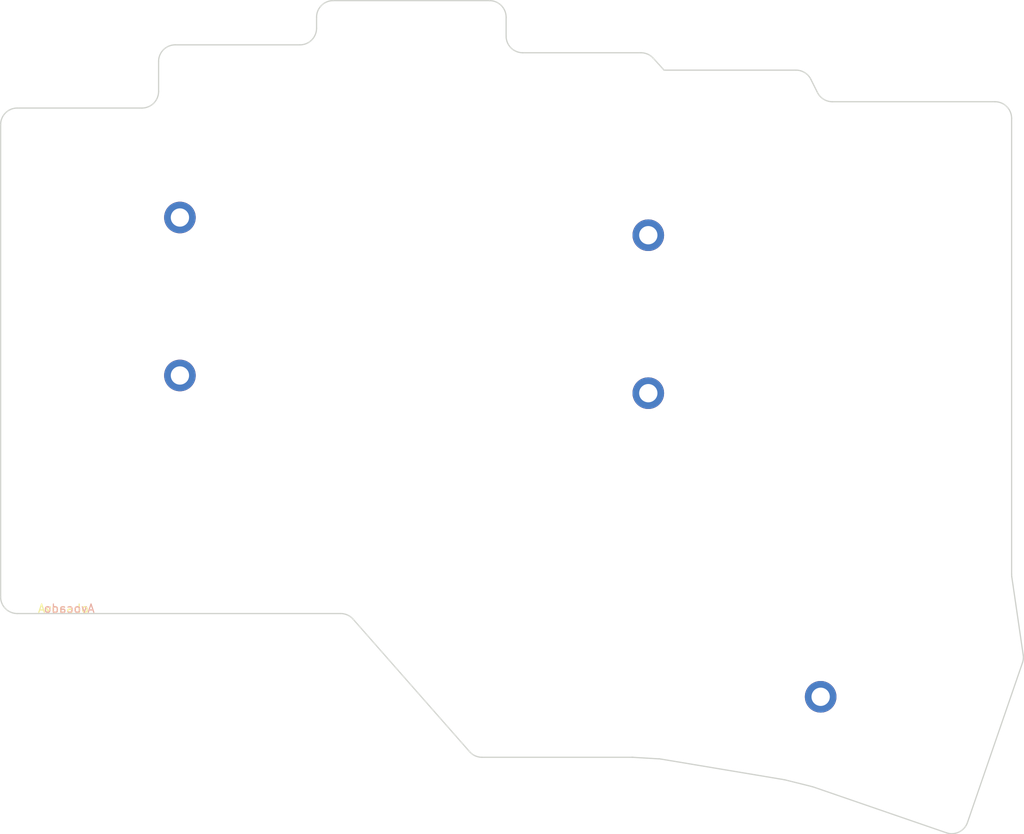
<source format=kicad_pcb>


(kicad_pcb (version 20171130) (host pcbnew 5.1.6)

  (page A3)
  (title_block
    (title "bottom")
    (rev "0.0.2")
    (company "auryn")
  )

  (general
    (thickness 1.6)
  )

  (layers
    (0 F.Cu signal)
    (31 B.Cu signal)
    (32 B.Adhes user)
    (33 F.Adhes user)
    (34 B.Paste user)
    (35 F.Paste user)
    (36 B.SilkS user)
    (37 F.SilkS user)
    (38 B.Mask user)
    (39 F.Mask user)
    (40 Dwgs.User user)
    (41 Cmts.User user)
    (42 Eco1.User user)
    (43 Eco2.User user)
    (44 Edge.Cuts user)
    (45 Margin user)
    (46 B.CrtYd user)
    (47 F.CrtYd user)
    (48 B.Fab user)
    (49 F.Fab user)
  )

  (setup
    (last_trace_width 0.25)
    (trace_clearance 0.2)
    (zone_clearance 0.508)
    (zone_45_only no)
    (trace_min 0.2)
    (via_size 0.8)
    (via_drill 0.4)
    (via_min_size 0.4)
    (via_min_drill 0.3)
    (uvia_size 0.3)
    (uvia_drill 0.1)
    (uvias_allowed no)
    (uvia_min_size 0.2)
    (uvia_min_drill 0.1)
    (edge_width 0.05)
    (segment_width 0.2)
    (pcb_text_width 0.3)
    (pcb_text_size 1.5 1.5)
    (mod_edge_width 0.12)
    (mod_text_size 1 1)
    (mod_text_width 0.15)
    (pad_size 1.524 1.524)
    (pad_drill 0.762)
    (pad_to_mask_clearance 0.05)
    (aux_axis_origin 0 0)
    (visible_elements FFFFFF7F)
    (pcbplotparams
      (layerselection 0x010fc_ffffffff)
      (usegerberextensions false)
      (usegerberattributes true)
      (usegerberadvancedattributes true)
      (creategerberjobfile true)
      (excludeedgelayer true)
      (linewidth 0.100000)
      (plotframeref false)
      (viasonmask false)
      (mode 1)
      (useauxorigin false)
      (hpglpennumber 1)
      (hpglpenspeed 20)
      (hpglpendiameter 15.000000)
      (psnegative false)
      (psa4output false)
      (plotreference true)
      (plotvalue true)
      (plotinvisibletext false)
      (padsonsilk false)
      (subtractmaskfromsilk false)
      (outputformat 1)
      (mirror false)
      (drillshape 1)
      (scaleselection 1)
      (outputdirectory ""))
  )

  (net 0 "")

  (net_class Default "This is the default net class."
    (clearance 0.2)
    (trace_width 0.25)
    (via_dia 0.8)
    (via_drill 0.4)
    (uvia_dia 0.3)
    (uvia_drill 0.1)
    (add_net "")
  )

  
            (module mounting_hole (layer F.Cu) (tedit 64B5A986)
                (at 10.166666666666666 -36.23333333333333 0)
                (fp_text reference "H1" (at 0 3) (layer F.SilkS) hide
                    (effects (font (size 1 1) (thickness 0.15)))
                )
        
                (pad "" thru_hole circle (at 0 0 180) (size 3.8000000000000003 3.8000000000000003) (drill 2.2) (layers *.Cu *.Mask))
        
                (fp_circle (center 0 0) (end -2.1500000000000004 0) (layer F.CrtYd) (width 0.05))
                (fp_circle (center 0 0) (end -2.1500000000000004 0) (layer B.CrtYd) (width 0.05))
        
            )
        

            (module mounting_hole (layer F.Cu) (tedit 64B5A986)
                (at 10.166666666666666 -17.233333333333334 0)
                (fp_text reference "H2" (at 0 3) (layer F.SilkS) hide
                    (effects (font (size 1 1) (thickness 0.15)))
                )
        
                (pad "" thru_hole circle (at 0 0 180) (size 3.8000000000000003 3.8000000000000003) (drill 2.2) (layers *.Cu *.Mask))
        
                (fp_circle (center 0 0) (end -2.1500000000000004 0) (layer F.CrtYd) (width 0.05))
                (fp_circle (center 0 0) (end -2.1500000000000004 0) (layer B.CrtYd) (width 0.05))
        
            )
        

            (module mounting_hole (layer F.Cu) (tedit 64B5A986)
                (at 66.5 -34.105 0)
                (fp_text reference "H3" (at 0 3) (layer F.SilkS) hide
                    (effects (font (size 1 1) (thickness 0.15)))
                )
        
                (pad "" thru_hole circle (at 0 0 180) (size 3.8000000000000003 3.8000000000000003) (drill 2.2) (layers *.Cu *.Mask))
        
                (fp_circle (center 0 0) (end -2.1500000000000004 0) (layer F.CrtYd) (width 0.05))
                (fp_circle (center 0 0) (end -2.1500000000000004 0) (layer B.CrtYd) (width 0.05))
        
            )
        

            (module mounting_hole (layer F.Cu) (tedit 64B5A986)
                (at 66.5 -15.105 0)
                (fp_text reference "H4" (at 0 3) (layer F.SilkS) hide
                    (effects (font (size 1 1) (thickness 0.15)))
                )
        
                (pad "" thru_hole circle (at 0 0 180) (size 3.8000000000000003 3.8000000000000003) (drill 2.2) (layers *.Cu *.Mask))
        
                (fp_circle (center 0 0) (end -2.1500000000000004 0) (layer F.CrtYd) (width 0.05))
                (fp_circle (center 0 0) (end -2.1500000000000004 0) (layer B.CrtYd) (width 0.05))
        
            )
        

            (module mounting_hole (layer F.Cu) (tedit 64B5A986)
                (at 87.2318977 21.413817000000005 -14.25)
                (fp_text reference "H5" (at 0 3) (layer F.SilkS) hide
                    (effects (font (size 1 1) (thickness 0.15)))
                )
        
                (pad "" thru_hole circle (at 0 0 180) (size 3.8000000000000003 3.8000000000000003) (drill 2.2) (layers *.Cu *.Mask))
        
                (fp_circle (center 0 0) (end -2.1500000000000004 0) (layer F.CrtYd) (width 0.05))
                (fp_circle (center 0 0) (end -2.1500000000000004 0) (layer B.CrtYd) (width 0.05))
        
            )
        

            (gr_text "Avocado" (at -7 10.8 0) (layer F.SilkS)
                (effects (font (size 1 1) (thickness 0.15) ) (justify left))
            )
        

            (gr_text "Avocado" (at 0 10.8 0) (layer B.SilkS)
                (effects (font (size 1 1) (thickness 0.15) ) (justify left mirror))
            )
        
  (gr_line (start 110.221001 6.98377332826044) (end 111.59385616817093 16.382371335380526) (angle 90) (layer Edge.Cuts) (width 0.15))
(gr_line (start 111.50589433738787 17.322580524781074) (end 104.89226759835104 36.529947276046585) (angle 90) (layer Edge.Cuts) (width 0.15))
(gr_line (start 102.35009403973358 37.76984805586295) (end 86.35899777053523 32.2636720633272) (angle 90) (layer Edge.Cuts) (width 0.15))
(gr_line (start 86.19138635183069 32.214038350158276) (end 82.98041667593981 31.414014057935315) (angle 90) (layer Edge.Cuts) (width 0.15))
(gr_line (start 82.8269869052438 31.382113740321163) (end 68.01803391157034 28.903944926929302) (angle 90) (layer Edge.Cuts) (width 0.15))
(gr_line (start 67.80626111782612 28.88001922137355) (end 64.65910894396607 28.693503094444246) (angle 90) (layer Edge.Cuts) (width 0.15))
(gr_line (start 64.5407865377103 28.690000000000005) (end 46.504729084615384 28.690000000000005) (angle 90) (layer Edge.Cuts) (width 0.15))
(gr_line (start 45.00264734102163 28.010511350412102) (end 30.997352658978375 12.079488649587901) (angle 90) (layer Edge.Cuts) (width 0.15))
(gr_line (start -9.4 11.4) (end 29.495270915384616 11.4) (angle 90) (layer Edge.Cuts) (width 0.15))
(gr_line (start -11.4 9.4) (end -11.4 -47.4) (angle 90) (layer Edge.Cuts) (width 0.15))
(gr_line (start -9.4 -49.4) (end 5.6 -49.4) (angle 90) (layer Edge.Cuts) (width 0.15))
(gr_line (start 7.6 -51.4) (end 7.6 -55) (angle 90) (layer Edge.Cuts) (width 0.15))
(gr_line (start 9.6 -57) (end 24.6 -57) (angle 90) (layer Edge.Cuts) (width 0.15))
(gr_line (start 26.6 -59) (end 26.6 -60.32) (angle 90) (layer Edge.Cuts) (width 0.15))
(gr_line (start 28.6 -62.32) (end 47.4 -62.32) (angle 90) (layer Edge.Cuts) (width 0.15))
(gr_line (start 49.4 -60.32) (end 49.4 -58.05) (angle 90) (layer Edge.Cuts) (width 0.15))
(gr_line (start 51.4 -56.05) (end 65.61526026363636 -56.05) (angle 90) (layer Edge.Cuts) (width 0.15))
(gr_line (start 67.09514040888523 -55.39534555022625) (end 68.4 -53.96) (angle 90) (layer Edge.Cuts) (width 0.15))
(gr_line (start 68.4 -53.96) (end 84.263932 -53.96) (angle 90) (layer Edge.Cuts) (width 0.15))
(gr_line (start 86.0527864 -52.8544272) (end 86.84721360000002 -51.26557279999997) (angle 90) (layer Edge.Cuts) (width 0.15))
(gr_line (start 88.63606800000002 -50.160000000000004) (end 108.2 -50.160000000000004) (angle 90) (layer Edge.Cuts) (width 0.15))
(gr_line (start 110.2 -48.160000000000004) (end 110.2 6.694700528260455) (angle 90) (layer Edge.Cuts) (width 0.15))
(gr_arc (start 109.61485716817094 16.67144413538051) (end 111.50589426817095 17.32258053538051) (angle -27.310435948534383) (layer Edge.Cuts) (width 0.15))
(gr_arc (start 103.0012304291341 35.87881088664608) (end 102.3500940291341 37.76984798664608) (angle -90.00000000000097) (layer Edge.Cuts) (width 0.15))
(gr_arc (start 85.70786138113468 34.15470923254412) (end 86.35899778113468 32.26367213254412) (angle -5.009414734476195) (layer Edge.Cuts) (width 0.15))
(gr_arc (start 82.49689170524381 33.354684940321164) (end 82.98041670524381 31.414014040321163) (angle -4.490587594259651) (layer Edge.Cuts) (width 0.15))
(gr_arc (start 67.68793871157035 30.87651612692931) (end 68.01803391157036 28.90394492692931) (angle -6.108332004068771) (layer Edge.Cuts) (width 0.15))
(gr_arc (start 64.5407865377103 30.690000000000005) (end 64.6591089377103 28.693503100000004) (angle -3.391667679280843) (layer Edge.Cuts) (width 0.15))
(gr_arc (start 46.504729084615384 26.690000000000005) (end 45.002647284615385 28.010511400000006) (angle -48.68062373351236) (layer Edge.Cuts) (width 0.15))
(gr_arc (start 29.495270915384616 13.399999999999999) (end 30.997352715384615 12.079488599999998) (angle -48.68062373351244) (layer Edge.Cuts) (width 0.15))
(gr_arc (start -9.4 9.4) (end -11.4 9.4) (angle -90) (layer Edge.Cuts) (width 0.15))
(gr_arc (start -9.4 -47.4) (end -9.4 -49.4) (angle -90) (layer Edge.Cuts) (width 0.15))
(gr_arc (start 5.6 -51.4) (end 5.6 -49.4) (angle -90) (layer Edge.Cuts) (width 0.15))
(gr_arc (start 9.6 -55) (end 9.6 -57) (angle -90) (layer Edge.Cuts) (width 0.15))
(gr_arc (start 24.6 -59) (end 24.6 -57) (angle -90) (layer Edge.Cuts) (width 0.15))
(gr_arc (start 28.6 -60.32) (end 28.6 -62.32) (angle -90) (layer Edge.Cuts) (width 0.15))
(gr_arc (start 47.4 -60.32) (end 49.4 -60.32) (angle -90) (layer Edge.Cuts) (width 0.15))
(gr_arc (start 51.4 -58.05) (end 49.4 -58.05) (angle -90) (layer Edge.Cuts) (width 0.15))
(gr_arc (start 65.61526026363636 -54.05) (end 67.09514046363635 -55.3953456) (angle -47.72631176473231) (layer Edge.Cuts) (width 0.15))
(gr_arc (start 84.263932 -51.96) (end 86.0527864 -52.8544272) (angle -63.43494882292201) (layer Edge.Cuts) (width 0.15))
(gr_arc (start 88.63606800000002 -52.16) (end 86.84721360000002 -51.265572799999994) (angle -63.434948822921484) (layer Edge.Cuts) (width 0.15))
(gr_arc (start 108.2 -48.160000000000004) (end 110.2 -48.160000000000004) (angle -90) (layer Edge.Cuts) (width 0.15))
(gr_arc (start 112.2 6.694700528260455) (end 110.2 6.694700528260455) (angle -8.310433936448106) (layer Edge.Cuts) (width 0.15))

)


</source>
